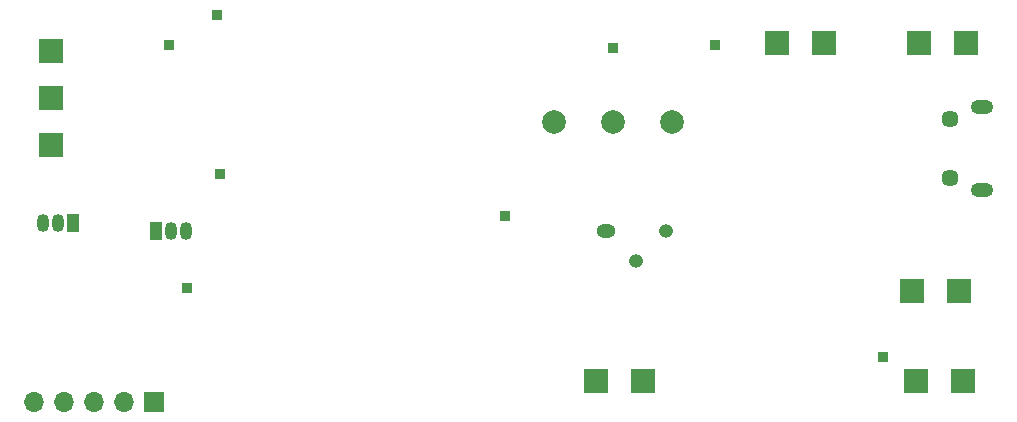
<source format=gbs>
G04 #@! TF.GenerationSoftware,KiCad,Pcbnew,(6.0.7-1)-1*
G04 #@! TF.CreationDate,2022-11-10T23:35:09-08:00*
G04 #@! TF.ProjectId,Lightsaber,4c696768-7473-4616-9265-722e6b696361,rev?*
G04 #@! TF.SameCoordinates,Original*
G04 #@! TF.FileFunction,Soldermask,Bot*
G04 #@! TF.FilePolarity,Negative*
%FSLAX46Y46*%
G04 Gerber Fmt 4.6, Leading zero omitted, Abs format (unit mm)*
G04 Created by KiCad (PCBNEW (6.0.7-1)-1) date 2022-11-10 23:35:09*
%MOMM*%
%LPD*%
G01*
G04 APERTURE LIST*
%ADD10R,2.000000X2.000000*%
%ADD11R,1.700000X1.700000*%
%ADD12O,1.700000X1.700000*%
%ADD13R,0.850000X0.850000*%
%ADD14O,1.600000X1.200000*%
%ADD15O,1.200000X1.200000*%
%ADD16C,2.000000*%
%ADD17R,1.050000X1.500000*%
%ADD18O,1.050000X1.500000*%
%ADD19C,1.450000*%
%ADD20O,1.900000X1.200000*%
G04 APERTURE END LIST*
D10*
X107315000Y-85090000D03*
X107315000Y-89090000D03*
X107315000Y-93090000D03*
D11*
X116078000Y-114808000D03*
D12*
X113538000Y-114808000D03*
X110998000Y-114808000D03*
X108458000Y-114808000D03*
X105918000Y-114808000D03*
D13*
X177800000Y-110998000D03*
X145796000Y-99060000D03*
X154940000Y-84836000D03*
X163576000Y-84582000D03*
X121666000Y-95504000D03*
X121412000Y-82042000D03*
X117348000Y-84582000D03*
X118872000Y-105156000D03*
D14*
X154305000Y-100330000D03*
D15*
X156845000Y-102870000D03*
X159385000Y-100330000D03*
D10*
X180785000Y-84455000D03*
X184785000Y-84455000D03*
X184245000Y-105410000D03*
X180245000Y-105410000D03*
D16*
X149940000Y-91130000D03*
X154940000Y-91130000D03*
X159940000Y-91130000D03*
D10*
X180530000Y-113030000D03*
X184530000Y-113030000D03*
D17*
X109220000Y-99695000D03*
D18*
X107950000Y-99695000D03*
X106680000Y-99695000D03*
D10*
X153480000Y-113030000D03*
X157480000Y-113030000D03*
X168815000Y-84455000D03*
X172815000Y-84455000D03*
D17*
X116205000Y-100330000D03*
D18*
X117475000Y-100330000D03*
X118745000Y-100330000D03*
D19*
X183449500Y-95845000D03*
D20*
X186149500Y-96845000D03*
X186149500Y-89845000D03*
D19*
X183449500Y-90845000D03*
M02*

</source>
